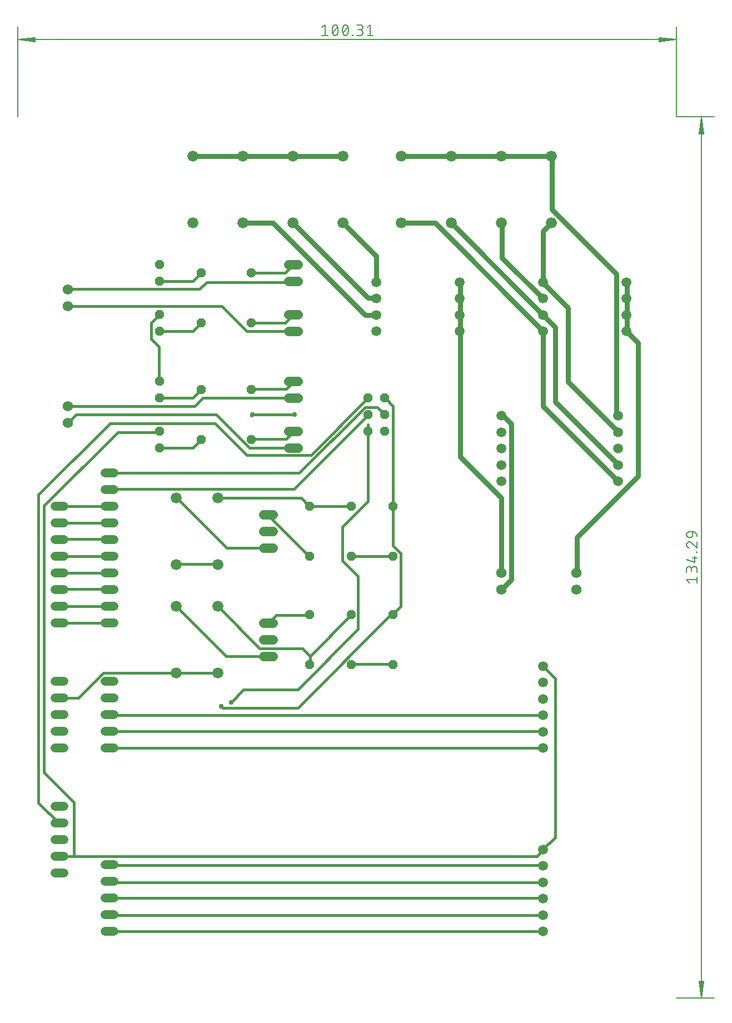
<source format=gbr>
G04 EAGLE Gerber RS-274X export*
G75*
%MOMM*%
%FSLAX34Y34*%
%LPD*%
%INTop Copper*%
%IPPOS*%
%AMOC8*
5,1,8,0,0,1.08239X$1,22.5*%
G01*
%ADD10C,0.130000*%
%ADD11C,0.152400*%
%ADD12P,1.429621X8X112.500000*%
%ADD13C,1.676400*%
%ADD14C,1.320800*%
%ADD15C,1.422400*%
%ADD16P,1.539592X8X292.500000*%
%ADD17C,1.498600*%
%ADD18P,1.429621X8X292.500000*%
%ADD19P,1.429621X8X202.500000*%
%ADD20C,1.562100*%
%ADD21C,0.406400*%
%ADD22C,0.756400*%
%ADD23C,0.762000*%


D10*
X1003100Y1000000D02*
X1003100Y1137100D01*
X0Y1137100D02*
X0Y1000000D01*
X650Y1117600D02*
X1002450Y1117600D01*
X977100Y1120792D01*
X977100Y1114408D01*
X1002450Y1117600D01*
X977100Y1118900D01*
X977100Y1116300D02*
X1002450Y1117600D01*
X977100Y1120200D01*
X977100Y1115000D02*
X1002450Y1117600D01*
X26000Y1120792D02*
X650Y1117600D01*
X26000Y1120792D02*
X26000Y1114408D01*
X650Y1117600D01*
X26000Y1118900D01*
X26000Y1116300D02*
X650Y1117600D01*
X26000Y1120200D01*
X26000Y1115000D02*
X650Y1117600D01*
D11*
X463306Y1136751D02*
X467821Y1140363D01*
X467821Y1124107D01*
X463306Y1124107D02*
X472337Y1124107D01*
X478937Y1132235D02*
X478941Y1132555D01*
X478952Y1132874D01*
X478971Y1133194D01*
X478998Y1133512D01*
X479032Y1133830D01*
X479074Y1134147D01*
X479124Y1134463D01*
X479181Y1134778D01*
X479245Y1135091D01*
X479317Y1135403D01*
X479396Y1135713D01*
X479483Y1136020D01*
X479577Y1136326D01*
X479678Y1136629D01*
X479787Y1136930D01*
X479902Y1137228D01*
X480025Y1137524D01*
X480155Y1137816D01*
X480292Y1138105D01*
X480292Y1138106D02*
X480331Y1138214D01*
X480374Y1138321D01*
X480420Y1138426D01*
X480471Y1138530D01*
X480524Y1138632D01*
X480581Y1138732D01*
X480642Y1138830D01*
X480706Y1138925D01*
X480773Y1139019D01*
X480844Y1139110D01*
X480917Y1139199D01*
X480994Y1139285D01*
X481073Y1139368D01*
X481155Y1139449D01*
X481240Y1139527D01*
X481328Y1139601D01*
X481418Y1139673D01*
X481510Y1139741D01*
X481605Y1139807D01*
X481702Y1139869D01*
X481801Y1139927D01*
X481903Y1139983D01*
X482005Y1140034D01*
X482110Y1140082D01*
X482216Y1140127D01*
X482324Y1140168D01*
X482433Y1140205D01*
X482543Y1140238D01*
X482655Y1140267D01*
X482767Y1140293D01*
X482880Y1140315D01*
X482994Y1140332D01*
X483108Y1140346D01*
X483223Y1140356D01*
X483338Y1140362D01*
X483453Y1140364D01*
X483453Y1140363D02*
X483568Y1140361D01*
X483683Y1140355D01*
X483798Y1140345D01*
X483912Y1140331D01*
X484026Y1140314D01*
X484139Y1140292D01*
X484251Y1140266D01*
X484363Y1140237D01*
X484473Y1140204D01*
X484582Y1140167D01*
X484690Y1140126D01*
X484796Y1140081D01*
X484901Y1140033D01*
X485003Y1139982D01*
X485104Y1139926D01*
X485204Y1139868D01*
X485301Y1139806D01*
X485395Y1139741D01*
X485488Y1139672D01*
X485578Y1139600D01*
X485666Y1139526D01*
X485751Y1139448D01*
X485833Y1139367D01*
X485912Y1139284D01*
X485989Y1139198D01*
X486062Y1139109D01*
X486133Y1139018D01*
X486200Y1138924D01*
X486264Y1138829D01*
X486325Y1138731D01*
X486382Y1138631D01*
X486435Y1138529D01*
X486486Y1138425D01*
X486532Y1138320D01*
X486575Y1138213D01*
X486614Y1138105D01*
X486613Y1138105D02*
X486750Y1137816D01*
X486880Y1137524D01*
X487003Y1137228D01*
X487118Y1136930D01*
X487227Y1136629D01*
X487328Y1136326D01*
X487422Y1136020D01*
X487509Y1135713D01*
X487588Y1135403D01*
X487660Y1135091D01*
X487724Y1134778D01*
X487781Y1134463D01*
X487831Y1134147D01*
X487873Y1133830D01*
X487907Y1133512D01*
X487934Y1133194D01*
X487953Y1132874D01*
X487964Y1132555D01*
X487968Y1132235D01*
X478938Y1132235D02*
X478942Y1131915D01*
X478953Y1131596D01*
X478972Y1131276D01*
X478999Y1130958D01*
X479033Y1130640D01*
X479075Y1130323D01*
X479125Y1130007D01*
X479182Y1129692D01*
X479246Y1129379D01*
X479318Y1129067D01*
X479397Y1128757D01*
X479484Y1128450D01*
X479578Y1128144D01*
X479679Y1127841D01*
X479788Y1127540D01*
X479903Y1127242D01*
X480026Y1126946D01*
X480156Y1126654D01*
X480293Y1126365D01*
X480292Y1126365D02*
X480331Y1126257D01*
X480374Y1126150D01*
X480420Y1126045D01*
X480471Y1125941D01*
X480524Y1125839D01*
X480581Y1125739D01*
X480642Y1125641D01*
X480706Y1125546D01*
X480773Y1125452D01*
X480844Y1125361D01*
X480917Y1125272D01*
X480994Y1125186D01*
X481073Y1125103D01*
X481155Y1125022D01*
X481240Y1124944D01*
X481328Y1124870D01*
X481418Y1124798D01*
X481511Y1124729D01*
X481605Y1124664D01*
X481702Y1124602D01*
X481802Y1124544D01*
X481903Y1124488D01*
X482005Y1124437D01*
X482110Y1124389D01*
X482216Y1124344D01*
X482324Y1124303D01*
X482433Y1124266D01*
X482543Y1124233D01*
X482655Y1124204D01*
X482767Y1124178D01*
X482880Y1124156D01*
X482994Y1124139D01*
X483108Y1124125D01*
X483223Y1124115D01*
X483338Y1124109D01*
X483453Y1124107D01*
X486613Y1126365D02*
X486750Y1126654D01*
X486880Y1126946D01*
X487003Y1127242D01*
X487118Y1127540D01*
X487227Y1127841D01*
X487328Y1128144D01*
X487422Y1128450D01*
X487509Y1128757D01*
X487588Y1129067D01*
X487660Y1129379D01*
X487724Y1129692D01*
X487781Y1130007D01*
X487831Y1130323D01*
X487873Y1130640D01*
X487907Y1130958D01*
X487934Y1131276D01*
X487953Y1131596D01*
X487964Y1131915D01*
X487968Y1132235D01*
X486614Y1126365D02*
X486575Y1126257D01*
X486532Y1126150D01*
X486486Y1126045D01*
X486435Y1125941D01*
X486382Y1125839D01*
X486325Y1125739D01*
X486264Y1125641D01*
X486200Y1125546D01*
X486133Y1125452D01*
X486062Y1125361D01*
X485989Y1125272D01*
X485912Y1125186D01*
X485833Y1125103D01*
X485751Y1125022D01*
X485666Y1124944D01*
X485578Y1124870D01*
X485488Y1124798D01*
X485395Y1124729D01*
X485301Y1124664D01*
X485204Y1124602D01*
X485104Y1124544D01*
X485003Y1124488D01*
X484900Y1124437D01*
X484796Y1124389D01*
X484690Y1124344D01*
X484582Y1124303D01*
X484473Y1124266D01*
X484363Y1124233D01*
X484251Y1124204D01*
X484139Y1124178D01*
X484026Y1124156D01*
X483912Y1124139D01*
X483798Y1124125D01*
X483683Y1124115D01*
X483568Y1124109D01*
X483453Y1124107D01*
X479840Y1127719D02*
X487065Y1136751D01*
X494569Y1132235D02*
X494573Y1132555D01*
X494584Y1132874D01*
X494603Y1133194D01*
X494630Y1133512D01*
X494664Y1133830D01*
X494706Y1134147D01*
X494756Y1134463D01*
X494813Y1134778D01*
X494877Y1135091D01*
X494949Y1135403D01*
X495028Y1135713D01*
X495115Y1136020D01*
X495209Y1136326D01*
X495310Y1136629D01*
X495419Y1136930D01*
X495534Y1137228D01*
X495657Y1137524D01*
X495787Y1137816D01*
X495924Y1138105D01*
X495923Y1138106D02*
X495962Y1138214D01*
X496005Y1138321D01*
X496051Y1138426D01*
X496102Y1138530D01*
X496155Y1138632D01*
X496212Y1138732D01*
X496273Y1138830D01*
X496337Y1138925D01*
X496404Y1139019D01*
X496475Y1139110D01*
X496548Y1139199D01*
X496625Y1139285D01*
X496704Y1139368D01*
X496786Y1139449D01*
X496871Y1139527D01*
X496959Y1139601D01*
X497049Y1139673D01*
X497141Y1139741D01*
X497236Y1139807D01*
X497333Y1139869D01*
X497432Y1139927D01*
X497534Y1139983D01*
X497636Y1140034D01*
X497741Y1140082D01*
X497847Y1140127D01*
X497955Y1140168D01*
X498064Y1140205D01*
X498174Y1140238D01*
X498286Y1140267D01*
X498398Y1140293D01*
X498511Y1140315D01*
X498625Y1140332D01*
X498739Y1140346D01*
X498854Y1140356D01*
X498969Y1140362D01*
X499084Y1140364D01*
X499084Y1140363D02*
X499199Y1140361D01*
X499314Y1140355D01*
X499429Y1140345D01*
X499543Y1140331D01*
X499657Y1140314D01*
X499770Y1140292D01*
X499882Y1140266D01*
X499994Y1140237D01*
X500104Y1140204D01*
X500213Y1140167D01*
X500321Y1140126D01*
X500427Y1140081D01*
X500532Y1140033D01*
X500634Y1139982D01*
X500735Y1139926D01*
X500835Y1139868D01*
X500932Y1139806D01*
X501026Y1139741D01*
X501119Y1139672D01*
X501209Y1139600D01*
X501297Y1139526D01*
X501382Y1139448D01*
X501464Y1139367D01*
X501543Y1139284D01*
X501620Y1139198D01*
X501693Y1139109D01*
X501764Y1139018D01*
X501831Y1138924D01*
X501895Y1138829D01*
X501956Y1138731D01*
X502013Y1138631D01*
X502066Y1138529D01*
X502117Y1138425D01*
X502163Y1138320D01*
X502206Y1138213D01*
X502245Y1138105D01*
X502244Y1138105D02*
X502381Y1137816D01*
X502511Y1137524D01*
X502634Y1137228D01*
X502749Y1136930D01*
X502858Y1136629D01*
X502959Y1136326D01*
X503053Y1136020D01*
X503140Y1135713D01*
X503219Y1135403D01*
X503291Y1135091D01*
X503355Y1134778D01*
X503412Y1134463D01*
X503462Y1134147D01*
X503504Y1133830D01*
X503538Y1133512D01*
X503565Y1133194D01*
X503584Y1132874D01*
X503595Y1132555D01*
X503599Y1132235D01*
X494569Y1132235D02*
X494573Y1131915D01*
X494584Y1131596D01*
X494603Y1131276D01*
X494630Y1130958D01*
X494664Y1130640D01*
X494706Y1130323D01*
X494756Y1130007D01*
X494813Y1129692D01*
X494877Y1129379D01*
X494949Y1129067D01*
X495028Y1128757D01*
X495115Y1128450D01*
X495209Y1128144D01*
X495310Y1127841D01*
X495419Y1127540D01*
X495534Y1127242D01*
X495657Y1126946D01*
X495787Y1126654D01*
X495924Y1126365D01*
X495923Y1126365D02*
X495962Y1126257D01*
X496005Y1126150D01*
X496051Y1126045D01*
X496102Y1125941D01*
X496155Y1125839D01*
X496212Y1125739D01*
X496273Y1125641D01*
X496337Y1125546D01*
X496404Y1125452D01*
X496475Y1125361D01*
X496548Y1125272D01*
X496625Y1125186D01*
X496704Y1125103D01*
X496786Y1125022D01*
X496871Y1124944D01*
X496959Y1124870D01*
X497049Y1124798D01*
X497142Y1124729D01*
X497236Y1124664D01*
X497333Y1124602D01*
X497433Y1124544D01*
X497534Y1124488D01*
X497636Y1124437D01*
X497741Y1124389D01*
X497847Y1124344D01*
X497955Y1124303D01*
X498064Y1124266D01*
X498174Y1124233D01*
X498286Y1124204D01*
X498398Y1124178D01*
X498511Y1124156D01*
X498625Y1124139D01*
X498739Y1124125D01*
X498854Y1124115D01*
X498969Y1124109D01*
X499084Y1124107D01*
X502244Y1126365D02*
X502381Y1126654D01*
X502511Y1126946D01*
X502634Y1127242D01*
X502749Y1127540D01*
X502858Y1127841D01*
X502959Y1128144D01*
X503053Y1128450D01*
X503140Y1128757D01*
X503219Y1129067D01*
X503291Y1129379D01*
X503355Y1129692D01*
X503412Y1130007D01*
X503462Y1130323D01*
X503504Y1130640D01*
X503538Y1130958D01*
X503565Y1131276D01*
X503584Y1131596D01*
X503595Y1131915D01*
X503599Y1132235D01*
X502245Y1126365D02*
X502206Y1126257D01*
X502163Y1126150D01*
X502117Y1126045D01*
X502066Y1125941D01*
X502013Y1125839D01*
X501956Y1125739D01*
X501895Y1125641D01*
X501831Y1125546D01*
X501764Y1125452D01*
X501693Y1125361D01*
X501620Y1125272D01*
X501543Y1125186D01*
X501464Y1125103D01*
X501382Y1125022D01*
X501297Y1124944D01*
X501209Y1124870D01*
X501119Y1124798D01*
X501026Y1124729D01*
X500932Y1124664D01*
X500835Y1124602D01*
X500735Y1124544D01*
X500634Y1124488D01*
X500531Y1124437D01*
X500427Y1124389D01*
X500321Y1124344D01*
X500213Y1124303D01*
X500104Y1124266D01*
X499994Y1124233D01*
X499882Y1124204D01*
X499770Y1124178D01*
X499657Y1124156D01*
X499543Y1124139D01*
X499429Y1124125D01*
X499314Y1124115D01*
X499199Y1124109D01*
X499084Y1124107D01*
X495471Y1127719D02*
X502696Y1136751D01*
X509574Y1125010D02*
X509574Y1124107D01*
X509574Y1125010D02*
X510477Y1125010D01*
X510477Y1124107D01*
X509574Y1124107D01*
X516452Y1124107D02*
X520968Y1124107D01*
X521101Y1124109D01*
X521233Y1124115D01*
X521365Y1124125D01*
X521497Y1124138D01*
X521629Y1124156D01*
X521759Y1124177D01*
X521890Y1124202D01*
X522019Y1124231D01*
X522147Y1124264D01*
X522275Y1124300D01*
X522401Y1124340D01*
X522526Y1124384D01*
X522650Y1124432D01*
X522772Y1124483D01*
X522893Y1124538D01*
X523012Y1124596D01*
X523130Y1124658D01*
X523245Y1124723D01*
X523359Y1124792D01*
X523470Y1124863D01*
X523579Y1124939D01*
X523686Y1125017D01*
X523791Y1125098D01*
X523893Y1125183D01*
X523993Y1125270D01*
X524090Y1125360D01*
X524185Y1125453D01*
X524276Y1125549D01*
X524365Y1125647D01*
X524451Y1125748D01*
X524534Y1125852D01*
X524614Y1125958D01*
X524690Y1126066D01*
X524764Y1126176D01*
X524834Y1126289D01*
X524901Y1126403D01*
X524964Y1126520D01*
X525024Y1126638D01*
X525081Y1126758D01*
X525134Y1126880D01*
X525183Y1127003D01*
X525229Y1127127D01*
X525271Y1127253D01*
X525309Y1127380D01*
X525344Y1127508D01*
X525375Y1127637D01*
X525402Y1127766D01*
X525425Y1127897D01*
X525445Y1128028D01*
X525460Y1128160D01*
X525472Y1128292D01*
X525480Y1128424D01*
X525484Y1128557D01*
X525484Y1128689D01*
X525480Y1128822D01*
X525472Y1128954D01*
X525460Y1129086D01*
X525445Y1129218D01*
X525425Y1129349D01*
X525402Y1129480D01*
X525375Y1129609D01*
X525344Y1129738D01*
X525309Y1129866D01*
X525271Y1129993D01*
X525229Y1130119D01*
X525183Y1130243D01*
X525134Y1130366D01*
X525081Y1130488D01*
X525024Y1130608D01*
X524964Y1130726D01*
X524901Y1130843D01*
X524834Y1130957D01*
X524764Y1131070D01*
X524690Y1131180D01*
X524614Y1131288D01*
X524534Y1131394D01*
X524451Y1131498D01*
X524365Y1131599D01*
X524276Y1131697D01*
X524185Y1131793D01*
X524090Y1131886D01*
X523993Y1131976D01*
X523893Y1132063D01*
X523791Y1132148D01*
X523686Y1132229D01*
X523579Y1132307D01*
X523470Y1132383D01*
X523359Y1132454D01*
X523245Y1132523D01*
X523130Y1132588D01*
X523012Y1132650D01*
X522893Y1132708D01*
X522772Y1132763D01*
X522650Y1132814D01*
X522526Y1132862D01*
X522401Y1132906D01*
X522275Y1132946D01*
X522147Y1132982D01*
X522019Y1133015D01*
X521890Y1133044D01*
X521759Y1133069D01*
X521629Y1133090D01*
X521497Y1133108D01*
X521365Y1133121D01*
X521233Y1133131D01*
X521101Y1133137D01*
X520968Y1133139D01*
X521871Y1140363D02*
X516452Y1140363D01*
X521871Y1140363D02*
X521990Y1140361D01*
X522110Y1140355D01*
X522229Y1140345D01*
X522347Y1140331D01*
X522466Y1140314D01*
X522583Y1140292D01*
X522700Y1140267D01*
X522815Y1140237D01*
X522930Y1140204D01*
X523044Y1140167D01*
X523156Y1140127D01*
X523267Y1140082D01*
X523376Y1140034D01*
X523484Y1139983D01*
X523590Y1139928D01*
X523694Y1139869D01*
X523796Y1139807D01*
X523896Y1139742D01*
X523994Y1139673D01*
X524090Y1139601D01*
X524183Y1139526D01*
X524273Y1139449D01*
X524361Y1139368D01*
X524446Y1139284D01*
X524528Y1139197D01*
X524608Y1139108D01*
X524684Y1139016D01*
X524758Y1138922D01*
X524828Y1138825D01*
X524895Y1138727D01*
X524959Y1138626D01*
X525019Y1138522D01*
X525076Y1138417D01*
X525129Y1138310D01*
X525179Y1138202D01*
X525225Y1138092D01*
X525267Y1137980D01*
X525306Y1137867D01*
X525341Y1137753D01*
X525372Y1137638D01*
X525400Y1137521D01*
X525423Y1137404D01*
X525443Y1137287D01*
X525459Y1137168D01*
X525471Y1137049D01*
X525479Y1136930D01*
X525483Y1136811D01*
X525483Y1136691D01*
X525479Y1136572D01*
X525471Y1136453D01*
X525459Y1136334D01*
X525443Y1136215D01*
X525423Y1136098D01*
X525400Y1135981D01*
X525372Y1135864D01*
X525341Y1135749D01*
X525306Y1135635D01*
X525267Y1135522D01*
X525225Y1135410D01*
X525179Y1135300D01*
X525129Y1135192D01*
X525076Y1135085D01*
X525019Y1134980D01*
X524959Y1134876D01*
X524895Y1134775D01*
X524828Y1134677D01*
X524758Y1134580D01*
X524684Y1134486D01*
X524608Y1134394D01*
X524528Y1134305D01*
X524446Y1134218D01*
X524361Y1134134D01*
X524273Y1134053D01*
X524183Y1133976D01*
X524090Y1133901D01*
X523994Y1133829D01*
X523896Y1133760D01*
X523796Y1133695D01*
X523694Y1133633D01*
X523590Y1133574D01*
X523484Y1133519D01*
X523376Y1133468D01*
X523267Y1133420D01*
X523156Y1133375D01*
X523044Y1133335D01*
X522930Y1133298D01*
X522815Y1133265D01*
X522700Y1133235D01*
X522583Y1133210D01*
X522466Y1133188D01*
X522347Y1133171D01*
X522229Y1133157D01*
X522110Y1133147D01*
X521990Y1133141D01*
X521871Y1133139D01*
X521871Y1133138D02*
X518258Y1133138D01*
X532083Y1136751D02*
X536599Y1140363D01*
X536599Y1124107D01*
X541114Y1124107D02*
X532083Y1124107D01*
D10*
X1003100Y-342900D02*
X1060900Y-342900D01*
X1060900Y1000000D02*
X1003100Y1000000D01*
X1041400Y999350D02*
X1041400Y-342250D01*
X1038208Y-316900D01*
X1044592Y-316900D01*
X1041400Y-342250D01*
X1040100Y-316900D01*
X1042700Y-316900D02*
X1041400Y-342250D01*
X1038800Y-316900D01*
X1044000Y-316900D02*
X1041400Y-342250D01*
X1038208Y974000D02*
X1041400Y999350D01*
X1038208Y974000D02*
X1044592Y974000D01*
X1041400Y999350D01*
X1040100Y974000D01*
X1042700Y974000D02*
X1041400Y999350D01*
X1038800Y974000D01*
X1044000Y974000D02*
X1041400Y999350D01*
D11*
X1018637Y294821D02*
X1022249Y290306D01*
X1018637Y294821D02*
X1034893Y294821D01*
X1034893Y290306D02*
X1034893Y299337D01*
X1034893Y305937D02*
X1034893Y310453D01*
X1034891Y310586D01*
X1034885Y310718D01*
X1034875Y310850D01*
X1034862Y310982D01*
X1034844Y311114D01*
X1034823Y311244D01*
X1034798Y311375D01*
X1034769Y311504D01*
X1034736Y311632D01*
X1034700Y311760D01*
X1034660Y311886D01*
X1034616Y312011D01*
X1034568Y312135D01*
X1034517Y312257D01*
X1034462Y312378D01*
X1034404Y312497D01*
X1034342Y312615D01*
X1034277Y312730D01*
X1034208Y312844D01*
X1034137Y312955D01*
X1034061Y313064D01*
X1033983Y313171D01*
X1033902Y313276D01*
X1033817Y313378D01*
X1033730Y313478D01*
X1033640Y313575D01*
X1033547Y313670D01*
X1033451Y313761D01*
X1033353Y313850D01*
X1033252Y313936D01*
X1033148Y314019D01*
X1033042Y314099D01*
X1032934Y314175D01*
X1032824Y314249D01*
X1032711Y314319D01*
X1032597Y314386D01*
X1032480Y314449D01*
X1032362Y314509D01*
X1032242Y314566D01*
X1032120Y314619D01*
X1031997Y314668D01*
X1031873Y314714D01*
X1031747Y314756D01*
X1031620Y314794D01*
X1031492Y314829D01*
X1031363Y314860D01*
X1031234Y314887D01*
X1031103Y314910D01*
X1030972Y314930D01*
X1030840Y314945D01*
X1030708Y314957D01*
X1030576Y314965D01*
X1030443Y314969D01*
X1030311Y314969D01*
X1030178Y314965D01*
X1030046Y314957D01*
X1029914Y314945D01*
X1029782Y314930D01*
X1029651Y314910D01*
X1029520Y314887D01*
X1029391Y314860D01*
X1029262Y314829D01*
X1029134Y314794D01*
X1029007Y314756D01*
X1028881Y314714D01*
X1028757Y314668D01*
X1028634Y314619D01*
X1028512Y314566D01*
X1028392Y314509D01*
X1028274Y314449D01*
X1028157Y314386D01*
X1028043Y314319D01*
X1027930Y314249D01*
X1027820Y314175D01*
X1027712Y314099D01*
X1027606Y314019D01*
X1027502Y313936D01*
X1027401Y313850D01*
X1027303Y313761D01*
X1027207Y313670D01*
X1027114Y313575D01*
X1027024Y313478D01*
X1026937Y313378D01*
X1026852Y313276D01*
X1026771Y313171D01*
X1026693Y313064D01*
X1026617Y312955D01*
X1026546Y312844D01*
X1026477Y312730D01*
X1026412Y312615D01*
X1026350Y312497D01*
X1026292Y312378D01*
X1026237Y312257D01*
X1026186Y312135D01*
X1026138Y312011D01*
X1026094Y311886D01*
X1026054Y311760D01*
X1026018Y311632D01*
X1025985Y311504D01*
X1025956Y311375D01*
X1025931Y311244D01*
X1025910Y311114D01*
X1025892Y310982D01*
X1025879Y310850D01*
X1025869Y310718D01*
X1025863Y310586D01*
X1025861Y310453D01*
X1018637Y311356D02*
X1018637Y305937D01*
X1018637Y311356D02*
X1018639Y311475D01*
X1018645Y311595D01*
X1018655Y311714D01*
X1018669Y311832D01*
X1018686Y311951D01*
X1018708Y312068D01*
X1018733Y312185D01*
X1018763Y312300D01*
X1018796Y312415D01*
X1018833Y312529D01*
X1018873Y312641D01*
X1018918Y312752D01*
X1018966Y312861D01*
X1019017Y312969D01*
X1019072Y313075D01*
X1019131Y313179D01*
X1019193Y313281D01*
X1019258Y313381D01*
X1019327Y313479D01*
X1019399Y313575D01*
X1019474Y313668D01*
X1019551Y313758D01*
X1019632Y313846D01*
X1019716Y313931D01*
X1019803Y314013D01*
X1019892Y314093D01*
X1019984Y314169D01*
X1020078Y314243D01*
X1020175Y314313D01*
X1020273Y314380D01*
X1020374Y314444D01*
X1020478Y314504D01*
X1020583Y314561D01*
X1020690Y314614D01*
X1020798Y314664D01*
X1020908Y314710D01*
X1021020Y314752D01*
X1021133Y314791D01*
X1021247Y314826D01*
X1021362Y314857D01*
X1021479Y314885D01*
X1021596Y314908D01*
X1021713Y314928D01*
X1021832Y314944D01*
X1021951Y314956D01*
X1022070Y314964D01*
X1022189Y314968D01*
X1022309Y314968D01*
X1022428Y314964D01*
X1022547Y314956D01*
X1022666Y314944D01*
X1022785Y314928D01*
X1022902Y314908D01*
X1023019Y314885D01*
X1023136Y314857D01*
X1023251Y314826D01*
X1023365Y314791D01*
X1023478Y314752D01*
X1023590Y314710D01*
X1023700Y314664D01*
X1023808Y314614D01*
X1023915Y314561D01*
X1024020Y314504D01*
X1024124Y314444D01*
X1024225Y314380D01*
X1024323Y314313D01*
X1024420Y314243D01*
X1024514Y314169D01*
X1024606Y314093D01*
X1024695Y314013D01*
X1024782Y313931D01*
X1024866Y313846D01*
X1024947Y313758D01*
X1025024Y313668D01*
X1025099Y313575D01*
X1025171Y313479D01*
X1025240Y313381D01*
X1025305Y313281D01*
X1025367Y313179D01*
X1025426Y313075D01*
X1025481Y312969D01*
X1025532Y312861D01*
X1025580Y312752D01*
X1025625Y312641D01*
X1025665Y312529D01*
X1025702Y312415D01*
X1025735Y312300D01*
X1025765Y312185D01*
X1025790Y312068D01*
X1025812Y311951D01*
X1025829Y311832D01*
X1025843Y311714D01*
X1025853Y311595D01*
X1025859Y311475D01*
X1025861Y311356D01*
X1025862Y311356D02*
X1025862Y307743D01*
X1031281Y321568D02*
X1018637Y325181D01*
X1031281Y321568D02*
X1031281Y330599D01*
X1027668Y327890D02*
X1034893Y327890D01*
X1034893Y336574D02*
X1033990Y336574D01*
X1033990Y337477D01*
X1034893Y337477D01*
X1034893Y336574D01*
X1022701Y352483D02*
X1022576Y352481D01*
X1022451Y352475D01*
X1022326Y352466D01*
X1022202Y352452D01*
X1022078Y352435D01*
X1021954Y352414D01*
X1021832Y352389D01*
X1021710Y352360D01*
X1021589Y352328D01*
X1021469Y352292D01*
X1021350Y352252D01*
X1021233Y352209D01*
X1021117Y352162D01*
X1021002Y352111D01*
X1020890Y352057D01*
X1020778Y351999D01*
X1020669Y351939D01*
X1020562Y351874D01*
X1020456Y351807D01*
X1020353Y351736D01*
X1020252Y351662D01*
X1020153Y351585D01*
X1020057Y351505D01*
X1019963Y351422D01*
X1019872Y351337D01*
X1019783Y351248D01*
X1019698Y351157D01*
X1019615Y351063D01*
X1019535Y350967D01*
X1019458Y350868D01*
X1019384Y350767D01*
X1019313Y350664D01*
X1019246Y350558D01*
X1019181Y350451D01*
X1019121Y350342D01*
X1019063Y350230D01*
X1019009Y350118D01*
X1018958Y350003D01*
X1018911Y349887D01*
X1018868Y349770D01*
X1018828Y349651D01*
X1018792Y349531D01*
X1018760Y349410D01*
X1018731Y349288D01*
X1018706Y349166D01*
X1018685Y349042D01*
X1018668Y348918D01*
X1018654Y348794D01*
X1018645Y348669D01*
X1018639Y348544D01*
X1018637Y348419D01*
X1018639Y348276D01*
X1018645Y348134D01*
X1018655Y347991D01*
X1018668Y347849D01*
X1018686Y347708D01*
X1018707Y347566D01*
X1018732Y347426D01*
X1018761Y347286D01*
X1018794Y347147D01*
X1018831Y347009D01*
X1018871Y346872D01*
X1018915Y346737D01*
X1018963Y346602D01*
X1019015Y346469D01*
X1019070Y346337D01*
X1019129Y346207D01*
X1019191Y346079D01*
X1019257Y345952D01*
X1019326Y345827D01*
X1019398Y345704D01*
X1019474Y345583D01*
X1019553Y345465D01*
X1019636Y345348D01*
X1019721Y345234D01*
X1019810Y345122D01*
X1019901Y345013D01*
X1019996Y344906D01*
X1020093Y344801D01*
X1020194Y344700D01*
X1020297Y344601D01*
X1020402Y344505D01*
X1020511Y344412D01*
X1020622Y344322D01*
X1020735Y344235D01*
X1020850Y344151D01*
X1020968Y344071D01*
X1021088Y343993D01*
X1021210Y343919D01*
X1021334Y343849D01*
X1021460Y343781D01*
X1021588Y343718D01*
X1021717Y343657D01*
X1021848Y343600D01*
X1021980Y343547D01*
X1022114Y343498D01*
X1022249Y343452D01*
X1025862Y351128D02*
X1025770Y351222D01*
X1025676Y351312D01*
X1025579Y351400D01*
X1025479Y351485D01*
X1025377Y351567D01*
X1025272Y351645D01*
X1025165Y351721D01*
X1025056Y351793D01*
X1024945Y351862D01*
X1024831Y351928D01*
X1024716Y351990D01*
X1024599Y352049D01*
X1024480Y352104D01*
X1024360Y352155D01*
X1024238Y352203D01*
X1024115Y352248D01*
X1023991Y352288D01*
X1023865Y352325D01*
X1023738Y352358D01*
X1023611Y352387D01*
X1023482Y352413D01*
X1023353Y352434D01*
X1023223Y352452D01*
X1023093Y352465D01*
X1022963Y352475D01*
X1022832Y352481D01*
X1022701Y352483D01*
X1025862Y351129D02*
X1034893Y343452D01*
X1034893Y352483D01*
X1027668Y362696D02*
X1027668Y368114D01*
X1027668Y362696D02*
X1027666Y362578D01*
X1027660Y362460D01*
X1027651Y362342D01*
X1027637Y362225D01*
X1027620Y362108D01*
X1027599Y361991D01*
X1027574Y361876D01*
X1027545Y361761D01*
X1027512Y361647D01*
X1027476Y361535D01*
X1027436Y361424D01*
X1027393Y361314D01*
X1027346Y361205D01*
X1027296Y361098D01*
X1027241Y360993D01*
X1027184Y360890D01*
X1027123Y360789D01*
X1027059Y360689D01*
X1026992Y360592D01*
X1026922Y360497D01*
X1026848Y360405D01*
X1026772Y360314D01*
X1026692Y360227D01*
X1026610Y360142D01*
X1026525Y360060D01*
X1026438Y359980D01*
X1026347Y359904D01*
X1026255Y359830D01*
X1026160Y359760D01*
X1026063Y359693D01*
X1025963Y359629D01*
X1025862Y359568D01*
X1025759Y359511D01*
X1025654Y359456D01*
X1025547Y359406D01*
X1025438Y359359D01*
X1025328Y359316D01*
X1025217Y359276D01*
X1025105Y359240D01*
X1024991Y359207D01*
X1024876Y359178D01*
X1024761Y359153D01*
X1024644Y359132D01*
X1024527Y359115D01*
X1024410Y359101D01*
X1024292Y359092D01*
X1024174Y359086D01*
X1024056Y359084D01*
X1024056Y359083D02*
X1023153Y359083D01*
X1023020Y359085D01*
X1022888Y359091D01*
X1022756Y359101D01*
X1022624Y359114D01*
X1022492Y359132D01*
X1022362Y359153D01*
X1022231Y359178D01*
X1022102Y359207D01*
X1021974Y359240D01*
X1021846Y359276D01*
X1021720Y359316D01*
X1021595Y359360D01*
X1021471Y359408D01*
X1021349Y359459D01*
X1021228Y359514D01*
X1021109Y359572D01*
X1020991Y359634D01*
X1020876Y359699D01*
X1020762Y359768D01*
X1020651Y359839D01*
X1020542Y359915D01*
X1020435Y359993D01*
X1020330Y360074D01*
X1020228Y360159D01*
X1020128Y360246D01*
X1020031Y360336D01*
X1019936Y360429D01*
X1019845Y360525D01*
X1019756Y360623D01*
X1019670Y360724D01*
X1019587Y360828D01*
X1019507Y360934D01*
X1019431Y361042D01*
X1019357Y361152D01*
X1019287Y361265D01*
X1019220Y361379D01*
X1019157Y361496D01*
X1019097Y361614D01*
X1019040Y361734D01*
X1018987Y361856D01*
X1018938Y361979D01*
X1018892Y362103D01*
X1018850Y362229D01*
X1018812Y362356D01*
X1018777Y362484D01*
X1018746Y362613D01*
X1018719Y362742D01*
X1018696Y362873D01*
X1018676Y363004D01*
X1018661Y363136D01*
X1018649Y363268D01*
X1018641Y363400D01*
X1018637Y363533D01*
X1018637Y363665D01*
X1018641Y363798D01*
X1018649Y363930D01*
X1018661Y364062D01*
X1018676Y364194D01*
X1018696Y364325D01*
X1018719Y364456D01*
X1018746Y364585D01*
X1018777Y364714D01*
X1018812Y364842D01*
X1018850Y364969D01*
X1018892Y365095D01*
X1018938Y365219D01*
X1018987Y365342D01*
X1019040Y365464D01*
X1019097Y365584D01*
X1019157Y365702D01*
X1019220Y365819D01*
X1019287Y365933D01*
X1019357Y366046D01*
X1019431Y366156D01*
X1019507Y366264D01*
X1019587Y366370D01*
X1019670Y366474D01*
X1019756Y366575D01*
X1019845Y366673D01*
X1019936Y366769D01*
X1020031Y366862D01*
X1020128Y366952D01*
X1020228Y367039D01*
X1020330Y367124D01*
X1020435Y367205D01*
X1020542Y367283D01*
X1020651Y367359D01*
X1020762Y367430D01*
X1020876Y367499D01*
X1020991Y367564D01*
X1021109Y367626D01*
X1021228Y367684D01*
X1021349Y367739D01*
X1021471Y367790D01*
X1021595Y367838D01*
X1021720Y367882D01*
X1021846Y367922D01*
X1021974Y367958D01*
X1022102Y367991D01*
X1022231Y368020D01*
X1022362Y368045D01*
X1022492Y368066D01*
X1022624Y368084D01*
X1022756Y368097D01*
X1022888Y368107D01*
X1023020Y368113D01*
X1023153Y368115D01*
X1023153Y368114D02*
X1027668Y368114D01*
X1027668Y368115D02*
X1027843Y368113D01*
X1028017Y368107D01*
X1028191Y368096D01*
X1028365Y368081D01*
X1028539Y368062D01*
X1028712Y368039D01*
X1028884Y368012D01*
X1029056Y367980D01*
X1029227Y367945D01*
X1029397Y367905D01*
X1029566Y367861D01*
X1029734Y367813D01*
X1029901Y367761D01*
X1030066Y367705D01*
X1030230Y367645D01*
X1030393Y367582D01*
X1030553Y367514D01*
X1030713Y367442D01*
X1030870Y367367D01*
X1031026Y367287D01*
X1031179Y367204D01*
X1031331Y367118D01*
X1031480Y367027D01*
X1031627Y366933D01*
X1031772Y366836D01*
X1031915Y366735D01*
X1032055Y366631D01*
X1032192Y366523D01*
X1032327Y366412D01*
X1032459Y366298D01*
X1032588Y366181D01*
X1032715Y366060D01*
X1032838Y365937D01*
X1032959Y365810D01*
X1033076Y365681D01*
X1033190Y365549D01*
X1033301Y365414D01*
X1033409Y365277D01*
X1033513Y365137D01*
X1033614Y364994D01*
X1033711Y364849D01*
X1033805Y364702D01*
X1033896Y364553D01*
X1033982Y364401D01*
X1034065Y364248D01*
X1034145Y364092D01*
X1034220Y363935D01*
X1034292Y363775D01*
X1034360Y363615D01*
X1034423Y363452D01*
X1034483Y363288D01*
X1034539Y363123D01*
X1034591Y362956D01*
X1034639Y362788D01*
X1034683Y362619D01*
X1034723Y362449D01*
X1034758Y362278D01*
X1034790Y362106D01*
X1034817Y361934D01*
X1034840Y361761D01*
X1034859Y361587D01*
X1034874Y361413D01*
X1034885Y361239D01*
X1034891Y361065D01*
X1034893Y360890D01*
D12*
X215900Y571500D03*
X215900Y596900D03*
X215900Y749300D03*
X215900Y774700D03*
D13*
X266700Y939800D03*
X266700Y838200D03*
X342900Y939800D03*
X342900Y838200D03*
X419100Y939800D03*
X419100Y838200D03*
X495300Y939800D03*
X495300Y838200D03*
X304800Y254000D03*
X304800Y152400D03*
X304800Y419100D03*
X304800Y317500D03*
X241300Y419100D03*
X241300Y317500D03*
X241300Y254000D03*
X241300Y152400D03*
D14*
X70104Y-152400D02*
X56896Y-152400D01*
X56896Y-127000D02*
X70104Y-127000D01*
X70104Y-101600D02*
X56896Y-101600D01*
X56896Y-76200D02*
X70104Y-76200D01*
X70104Y-50800D02*
X56896Y-50800D01*
X56896Y38100D02*
X70104Y38100D01*
X70104Y63500D02*
X56896Y63500D01*
X56896Y88900D02*
X70104Y88900D01*
X70104Y114300D02*
X56896Y114300D01*
X56896Y139700D02*
X70104Y139700D01*
X70104Y228600D02*
X56896Y228600D01*
X56896Y254000D02*
X70104Y254000D01*
X70104Y279400D02*
X56896Y279400D01*
X56896Y304800D02*
X70104Y304800D01*
X70104Y330200D02*
X56896Y330200D01*
X56896Y355600D02*
X70104Y355600D01*
X70104Y381000D02*
X56896Y381000D01*
X56896Y406400D02*
X70104Y406400D01*
X133096Y228600D02*
X146304Y228600D01*
X146304Y254000D02*
X133096Y254000D01*
X133096Y279400D02*
X146304Y279400D01*
X146304Y304800D02*
X133096Y304800D01*
X133096Y330200D02*
X146304Y330200D01*
X146304Y355600D02*
X133096Y355600D01*
X133096Y381000D02*
X146304Y381000D01*
X146304Y406400D02*
X133096Y406400D01*
X133096Y431800D02*
X146304Y431800D01*
X146304Y457200D02*
X133096Y457200D01*
X133096Y-241300D02*
X146304Y-241300D01*
X146304Y-215900D02*
X133096Y-215900D01*
X133096Y-190500D02*
X146304Y-190500D01*
X146304Y-165100D02*
X133096Y-165100D01*
X133096Y-139700D02*
X146304Y-139700D01*
D15*
X411988Y571500D02*
X426212Y571500D01*
X426212Y596900D02*
X411988Y596900D01*
X411988Y495300D02*
X426212Y495300D01*
X426212Y520700D02*
X411988Y520700D01*
X411988Y749300D02*
X426212Y749300D01*
X426212Y774700D02*
X411988Y774700D01*
X411988Y673100D02*
X426212Y673100D01*
X426212Y698500D02*
X411988Y698500D01*
D16*
X533400Y571500D03*
X558800Y571500D03*
X533400Y546100D03*
X558800Y546100D03*
X533400Y520700D03*
X558800Y520700D03*
D15*
X388112Y393700D02*
X373888Y393700D01*
X373888Y368300D02*
X388112Y368300D01*
X388112Y342900D02*
X373888Y342900D01*
X373888Y228600D02*
X388112Y228600D01*
X388112Y203200D02*
X373888Y203200D01*
X373888Y177800D02*
X388112Y177800D01*
D17*
X800100Y-241300D03*
X800100Y-216408D03*
X800100Y-191262D03*
X800100Y-166370D03*
X800100Y-141224D03*
X800100Y-116332D03*
D18*
X444500Y406400D03*
X444500Y330200D03*
D19*
X355600Y762000D03*
X279400Y762000D03*
D12*
X508000Y330200D03*
X508000Y406400D03*
D18*
X571500Y406400D03*
X571500Y330200D03*
D12*
X444500Y165100D03*
X444500Y241300D03*
X508000Y165100D03*
X508000Y241300D03*
D18*
X571500Y241300D03*
X571500Y165100D03*
D19*
X355600Y508000D03*
X279400Y508000D03*
X355600Y685800D03*
X279400Y685800D03*
X355600Y584200D03*
X279400Y584200D03*
D17*
X673100Y673100D03*
X673100Y697992D03*
X673100Y723138D03*
X673100Y748030D03*
X546100Y673100D03*
X546100Y697992D03*
X546100Y723138D03*
X546100Y748030D03*
D12*
X215900Y495300D03*
X215900Y520700D03*
X215900Y673100D03*
X215900Y698500D03*
D20*
X76200Y558800D03*
X76200Y533908D03*
X76200Y736600D03*
X76200Y711708D03*
D17*
X736600Y444500D03*
X736600Y469392D03*
X736600Y494538D03*
X736600Y519430D03*
X736600Y544576D03*
D20*
X736600Y304800D03*
X736600Y279908D03*
D17*
X800100Y38100D03*
X800100Y62992D03*
X800100Y88138D03*
X800100Y113030D03*
X800100Y138176D03*
X800100Y163068D03*
D14*
X146304Y38100D02*
X133096Y38100D01*
X133096Y63500D02*
X146304Y63500D01*
X146304Y88900D02*
X133096Y88900D01*
X133096Y114300D02*
X146304Y114300D01*
X146304Y139700D02*
X133096Y139700D01*
D17*
X914400Y444500D03*
X914400Y469392D03*
X914400Y494538D03*
X914400Y519430D03*
X914400Y544576D03*
D20*
X850900Y304800D03*
X850900Y279908D03*
D13*
X584200Y939800D03*
X584200Y838200D03*
X660400Y939800D03*
X660400Y838200D03*
X736600Y939800D03*
X736600Y838200D03*
X812800Y939800D03*
X812800Y838200D03*
D17*
X927100Y673100D03*
X927100Y697992D03*
X927100Y723138D03*
X927100Y748030D03*
X800100Y673100D03*
X800100Y697992D03*
X800100Y723138D03*
X800100Y748030D03*
D21*
X571500Y330708D02*
X509016Y330708D01*
X508000Y330200D01*
X571500Y330200D02*
X571500Y330708D01*
X419100Y571500D02*
X281432Y571500D01*
X269240Y559308D01*
X76200Y559308D01*
X76200Y558800D01*
X509016Y166116D02*
X571500Y166116D01*
X509016Y166116D02*
X508000Y165100D01*
X571500Y165100D02*
X571500Y166116D01*
X419100Y748284D02*
X287528Y748284D01*
X276860Y737616D01*
X76200Y737616D01*
X419100Y748284D02*
X419100Y749300D01*
X76200Y737616D02*
X76200Y736600D01*
X356616Y509016D02*
X408432Y509016D01*
X419100Y519684D01*
X356616Y509016D02*
X355600Y508000D01*
X419100Y519684D02*
X419100Y520700D01*
X408432Y585216D02*
X356616Y585216D01*
X408432Y585216D02*
X419100Y595884D01*
X356616Y585216D02*
X355600Y584200D01*
X419100Y595884D02*
X419100Y596900D01*
X406908Y685800D02*
X355600Y685800D01*
X406908Y685800D02*
X419100Y697992D01*
X419100Y698500D01*
X406908Y762000D02*
X355600Y762000D01*
X406908Y762000D02*
X419100Y774192D01*
X419100Y774700D01*
X304800Y318516D02*
X242316Y318516D01*
X304800Y318516D02*
X304800Y317500D01*
X242316Y318516D02*
X241300Y317500D01*
X91948Y114300D02*
X63500Y114300D01*
X91948Y114300D02*
X130048Y152400D01*
X241300Y152400D01*
X304800Y152400D01*
X76200Y533908D02*
X88392Y546100D01*
X301752Y546100D01*
X352552Y495300D01*
X419100Y495300D01*
X381000Y393192D02*
X443484Y330708D01*
X444500Y330200D01*
X381000Y393192D02*
X381000Y393700D01*
X310642Y711708D02*
X76200Y711708D01*
X310642Y711708D02*
X348742Y673608D01*
X419100Y673608D01*
X419100Y673100D01*
X443484Y240792D02*
X393192Y240792D01*
X381000Y228600D01*
X443484Y240792D02*
X444500Y241300D01*
X266700Y495300D02*
X215900Y495300D01*
X266700Y495300D02*
X279400Y508000D01*
X266700Y673608D02*
X216408Y673608D01*
X266700Y673608D02*
X278892Y685800D01*
X216408Y673608D02*
X215900Y673100D01*
X278892Y685800D02*
X279400Y685800D01*
X214884Y649986D02*
X214884Y597408D01*
X214884Y649986D02*
X203200Y661670D01*
X203200Y686308D01*
X214884Y697992D01*
X214884Y597408D02*
X215900Y596900D01*
X214884Y697992D02*
X215900Y698500D01*
X85598Y-126492D02*
X790956Y-126492D01*
X85598Y-126492D02*
X64008Y-126492D01*
X790956Y-126492D02*
X800100Y-117348D01*
X64008Y-126492D02*
X63500Y-127000D01*
X800100Y-117348D02*
X800100Y-116332D01*
X800100Y162560D02*
X800100Y163068D01*
X800100Y162560D02*
X818388Y144272D01*
X818388Y-97536D01*
X800100Y-115824D01*
X800100Y-116332D01*
X214884Y519684D02*
X151892Y519684D01*
X39624Y407416D01*
X39624Y1270D01*
X85598Y-44704D01*
X85598Y-126492D01*
X214884Y519684D02*
X215900Y520700D01*
D22*
X421640Y546100D03*
D21*
X356870Y546100D01*
X355600Y544830D01*
D22*
X356870Y546100D03*
D21*
X571500Y559308D02*
X571500Y406400D01*
X571500Y559308D02*
X559308Y571500D01*
X558800Y571500D01*
X426212Y99568D02*
X311912Y99568D01*
X309372Y102108D01*
X426212Y99568D02*
X571500Y244856D01*
X571500Y346710D02*
X571500Y406400D01*
X571500Y346710D02*
X583184Y335026D01*
X583184Y254000D01*
X571500Y242316D01*
X571500Y244856D01*
X571500Y242316D02*
X571500Y241300D01*
D22*
X309372Y102108D03*
D21*
X63500Y-76200D02*
X62230Y-76200D01*
X31496Y-45466D01*
X31496Y424180D01*
X140208Y532892D01*
X300228Y532892D01*
X348488Y484632D01*
X446532Y484632D01*
X533400Y571500D01*
D23*
X673608Y723900D02*
X673608Y746760D01*
D21*
X673608Y723900D02*
X673100Y723138D01*
D23*
X673608Y746760D02*
X673100Y748030D01*
X673608Y697992D02*
X673608Y673608D01*
D21*
X673100Y673100D01*
D23*
X736092Y419608D02*
X736092Y304800D01*
X736092Y419608D02*
X673608Y482092D01*
X673608Y672084D01*
X736092Y304800D02*
X736600Y304800D01*
X673608Y672084D02*
X673100Y673100D01*
X673608Y697992D02*
X673608Y722376D01*
X673100Y723138D01*
X673100Y697992D02*
X673608Y697992D01*
D21*
X800100Y-140208D02*
X140208Y-140208D01*
X139700Y-139700D01*
X800100Y-140208D02*
X800100Y-141224D01*
X800100Y-166116D02*
X140208Y-166116D01*
X139700Y-165100D01*
X800100Y-166116D02*
X800100Y-166370D01*
X800100Y-190500D02*
X139700Y-190500D01*
X800100Y-190500D02*
X800100Y-191262D01*
X800100Y-216408D02*
X140208Y-216408D01*
X139700Y-215900D01*
X140208Y-240792D02*
X800100Y-240792D01*
X140208Y-240792D02*
X139700Y-241300D01*
X800100Y-240792D02*
X800100Y-241300D01*
D23*
X342900Y940308D02*
X266700Y940308D01*
D21*
X266700Y939800D01*
D23*
X342900Y940308D02*
X419100Y940308D01*
D21*
X342900Y940308D02*
X342900Y939800D01*
D23*
X419100Y940308D02*
X495300Y940308D01*
D21*
X495300Y939800D01*
X419100Y939800D02*
X419100Y940308D01*
D23*
X739140Y544576D02*
X751840Y531876D01*
X739140Y544576D02*
X736600Y544576D01*
X751840Y531876D02*
X751840Y294640D01*
X737616Y280416D01*
X736600Y279908D01*
X388620Y838200D02*
X342900Y838200D01*
X388620Y838200D02*
X528828Y697992D01*
X546100Y697992D01*
X545592Y723900D02*
X533400Y723900D01*
X419100Y838200D01*
D21*
X545592Y723900D02*
X546100Y723138D01*
D23*
X545592Y748284D02*
X545592Y787908D01*
X495300Y838200D01*
D21*
X545592Y748284D02*
X546100Y748030D01*
X507492Y406908D02*
X445008Y406908D01*
X444500Y406400D01*
X507492Y406908D02*
X508000Y406400D01*
X431292Y419100D02*
X304800Y419100D01*
X431292Y419100D02*
X443484Y406908D01*
X444500Y406400D01*
X445008Y178308D02*
X445008Y166116D01*
X445008Y178308D02*
X508000Y241300D01*
X445008Y166116D02*
X444500Y165100D01*
X368554Y189992D02*
X306070Y252476D01*
X306070Y252730D02*
X304800Y254000D01*
X306070Y252730D02*
X306070Y252476D01*
X368554Y189992D02*
X433324Y189992D01*
X445008Y178308D01*
X381000Y342900D02*
X318516Y342900D01*
X242316Y419100D01*
X241300Y419100D01*
X316992Y178308D02*
X381000Y178308D01*
X316992Y178308D02*
X241300Y254000D01*
X381000Y178308D02*
X381000Y177800D01*
X266700Y571500D02*
X215900Y571500D01*
X266700Y571500D02*
X279400Y584200D01*
X266700Y749808D02*
X216408Y749808D01*
X266700Y749808D02*
X278892Y762000D01*
X216408Y749808D02*
X215900Y749300D01*
X278892Y762000D02*
X279400Y762000D01*
X343662Y127254D02*
X426212Y127254D01*
X343662Y127254D02*
X324612Y108204D01*
X426212Y127254D02*
X518160Y219202D01*
X518160Y299974D01*
X494538Y323596D01*
X494538Y375158D01*
X533400Y414020D01*
X533400Y520700D01*
X533400Y531368D01*
D22*
X324612Y108204D03*
D21*
X139700Y228600D02*
X63500Y228600D01*
X64008Y254508D02*
X138684Y254508D01*
X64008Y254508D02*
X63500Y254000D01*
X138684Y254508D02*
X139700Y254000D01*
X138684Y280416D02*
X64008Y280416D01*
X63500Y279400D01*
X138684Y280416D02*
X139700Y279400D01*
X139700Y304800D02*
X63500Y304800D01*
X64008Y330708D02*
X138684Y330708D01*
X64008Y330708D02*
X63500Y330200D01*
X138684Y330708D02*
X139700Y330200D01*
X138684Y356616D02*
X64008Y356616D01*
X63500Y355600D01*
X138684Y356616D02*
X139700Y355600D01*
X139700Y381000D02*
X63500Y381000D01*
X64008Y406908D02*
X138684Y406908D01*
X64008Y406908D02*
X63500Y406400D01*
X138684Y406908D02*
X139700Y406400D01*
X140208Y432816D02*
X420624Y432816D01*
X533400Y545592D01*
X140208Y432816D02*
X139700Y431800D01*
X533400Y545592D02*
X533400Y546100D01*
X428498Y457200D02*
X139700Y457200D01*
X428498Y457200D02*
X528828Y557530D01*
X547370Y557530D01*
X558800Y546100D01*
X800100Y88392D02*
X140208Y88392D01*
X139700Y88900D01*
X800100Y88392D02*
X800100Y88138D01*
X800100Y64008D02*
X140208Y64008D01*
X139700Y63500D01*
X800100Y64008D02*
X800100Y62992D01*
X800100Y38100D02*
X139700Y38100D01*
D23*
X800100Y559308D02*
X800100Y673100D01*
X800100Y559308D02*
X914400Y445008D01*
X914400Y444500D01*
X635508Y838200D02*
X584200Y838200D01*
X635508Y838200D02*
X800100Y673608D01*
D21*
X800100Y673100D01*
D23*
X800100Y697992D02*
X659892Y838200D01*
D21*
X660400Y838200D01*
D23*
X914400Y469900D02*
X914400Y469392D01*
X914400Y469900D02*
X818388Y565912D01*
X818388Y679704D01*
X800100Y697992D01*
X800100Y723138D02*
X799846Y723138D01*
X737616Y785368D01*
X737616Y838200D01*
D21*
X736600Y838200D01*
D23*
X800100Y826008D02*
X800100Y748030D01*
X800100Y826008D02*
X812292Y838200D01*
D21*
X812800Y838200D01*
D23*
X914400Y520192D02*
X914400Y519430D01*
X914400Y520192D02*
X837946Y596646D01*
X837946Y708914D01*
X800100Y746760D01*
D21*
X800100Y748030D01*
D23*
X659892Y940308D02*
X585216Y940308D01*
D21*
X584200Y939800D01*
X659892Y940308D02*
X660400Y939800D01*
D23*
X661416Y940308D02*
X736092Y940308D01*
D21*
X736600Y939800D01*
X661416Y940308D02*
X660400Y939800D01*
D23*
X737616Y940308D02*
X812292Y940308D01*
D21*
X812800Y939800D01*
X737616Y940308D02*
X736600Y939800D01*
D23*
X813816Y938784D02*
X813816Y858520D01*
X911860Y760476D01*
X911860Y547116D01*
X914400Y544576D01*
D21*
X813816Y938784D02*
X812800Y939800D01*
D23*
X928116Y746760D02*
X928116Y723900D01*
D21*
X927100Y723138D01*
D23*
X928116Y746760D02*
X927100Y748030D01*
X928116Y697992D02*
X928116Y673608D01*
D21*
X927100Y673100D01*
D23*
X851916Y359664D02*
X851916Y304800D01*
X851916Y359664D02*
X944372Y452120D01*
X944372Y655828D02*
X927100Y673100D01*
X944372Y655828D02*
X944372Y452120D01*
D21*
X851916Y304800D02*
X850900Y304800D01*
D23*
X928116Y697992D02*
X928116Y722376D01*
X927100Y723138D01*
X927100Y697992D02*
X928116Y697992D01*
M02*

</source>
